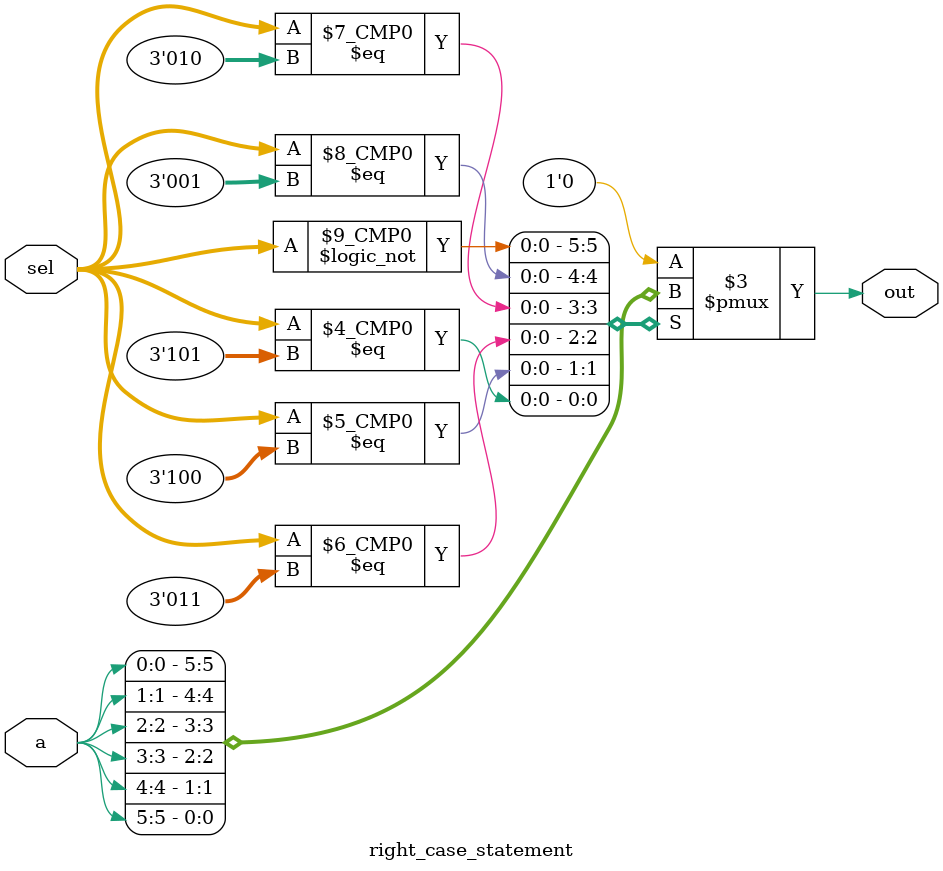
<source format=v>
/*
Mux 6 para 1 (forma coreta)
Autor: Camila Boa Morte
Descricao: Este modulo descreve um multiplexador 6 para 1 em verilog comportamental.

XXXI SIECOMP - Oficina Introducao ao Verilog Comportamental
*/
module right_case_statement(input [5:0] a, input [2:0] sel, output reg out); //declaracao de portas

	/* Funcionamento do circuito*/
	always @ (*) begin
		case(sel)
			3'b000: out = a[0];
			3'b001: out = a[1];
			3'b010: out = a[2];
			3'b011: out = a[3];
			3'b100: out = a[4];
			3'b101: out = a[5];
			default: out = 1'b0;
		endcase
	end

endmodule
</source>
